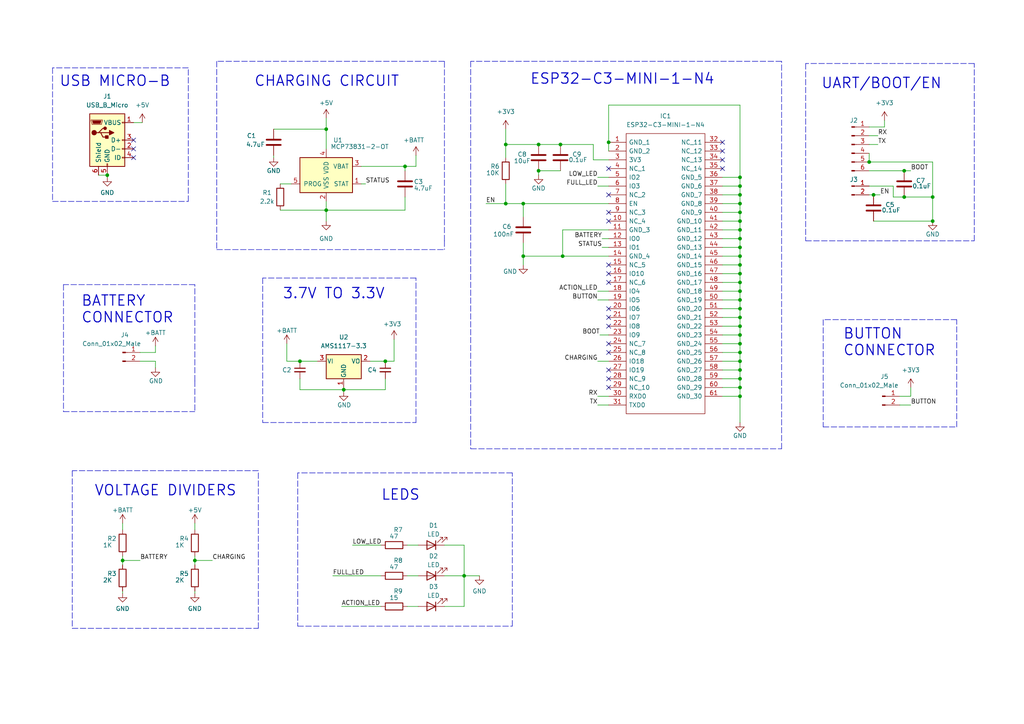
<source format=kicad_sch>
(kicad_sch (version 20211123) (generator eeschema)
  (paper "A4")
  (lib_symbols
    (symbol "Battery_Management:MCP73831-2-OT" (pin_names (offset 1.016))
      (property "Reference" "U" (at -7.62 6.35 0))
      (property "Value" "MCP73831-2-OT" (at 1.27 6.35 0))
      (symbol "MCP73831-2-OT_0_1"
        (rectangle (start -7.62 5.08) (end 7.62 -5.08) (stroke (width 0.254)) (fill (type background)))
      )
      (symbol "MCP73831-2-OT_1_1"
        (pin output line (at 10.16 -2.54 180) (length 2.54) (name "STAT") (number "1"))
        (pin power_in line (at 0 -7.62 90) (length 2.54) (name "VSS") (number "2"))
        (pin power_out line (at 10.16 2.54 180) (length 2.54) (name "VBAT") (number "3"))
        (pin power_in line (at 0 7.62 270) (length 2.54) (name "VDD") (number "4"))
        (pin input line (at -10.16 -2.54 0) (length 2.54) (name "PROG") (number "5"))
      )
    )
    (symbol "Connector:Conn_01x02_Male" (pin_names (offset 1.016) hide)
      (property "Reference" "J" (at 0 2.54 0))
      (property "Value" "Conn_01x02_Male" (at 0 -5.08 0))
      (symbol "Conn_01x02_Male_1_1"
        (polyline (pts (xy 1.27 -2.54) (xy 0.8636 -2.54)) (stroke (width 0.1524)))
        (polyline (pts (xy 1.27 0) (xy 0.8636 0)) (stroke (width 0.1524)))
        (rectangle (start 0.8636 -2.413) (end 0 -2.667) (stroke (width 0.1524)) (fill (type outline)))
        (rectangle (start 0.8636 0.127) (end 0 -0.127) (stroke (width 0.1524)) (fill (type outline)))
        (pin passive line (at 5.08 0 180) (length 3.81) (name "Pin_1") (number "1"))
        (pin passive line (at 5.08 -2.54 180) (length 3.81) (name "Pin_2") (number "2"))
      )
    )
    (symbol "Connector:Conn_01x06_Male" (pin_names (offset 1.016) hide)
      (property "Reference" "J" (at 0 7.62 0))
      (property "Value" "Conn_01x06_Male" (at 0 -10.16 0))
      (symbol "Conn_01x06_Male_1_1"
        (polyline (pts (xy 1.27 -7.62) (xy 0.8636 -7.62)) (stroke (width 0.1524)))
        (polyline (pts (xy 1.27 -5.08) (xy 0.8636 -5.08)) (stroke (width 0.1524)))
        (polyline (pts (xy 1.27 -2.54) (xy 0.8636 -2.54)) (stroke (width 0.1524)))
        (polyline (pts (xy 1.27 0) (xy 0.8636 0)) (stroke (width 0.1524)))
        (polyline (pts (xy 1.27 2.54) (xy 0.8636 2.54)) (stroke (width 0.1524)))
        (polyline (pts (xy 1.27 5.08) (xy 0.8636 5.08)) (stroke (width 0.1524)))
        (rectangle (start 0.8636 -7.493) (end 0 -7.747) (stroke (width 0.1524)) (fill (type outline)))
        (rectangle (start 0.8636 -4.953) (end 0 -5.207) (stroke (width 0.1524)) (fill (type outline)))
        (rectangle (start 0.8636 -2.413) (end 0 -2.667) (stroke (width 0.1524)) (fill (type outline)))
        (rectangle (start 0.8636 0.127) (end 0 -0.127) (stroke (width 0.1524)) (fill (type outline)))
        (rectangle (start 0.8636 2.667) (end 0 2.413) (stroke (width 0.1524)) (fill (type outline)))
        (rectangle (start 0.8636 5.207) (end 0 4.953) (stroke (width 0.1524)) (fill (type outline)))
        (pin passive line (at 5.08 5.08 180) (length 3.81) (name "Pin_1") (number "1"))
        (pin passive line (at 5.08 2.54 180) (length 3.81) (name "Pin_2") (number "2"))
        (pin passive line (at 5.08 0 180) (length 3.81) (name "Pin_3") (number "3"))
        (pin passive line (at 5.08 -2.54 180) (length 3.81) (name "Pin_4") (number "4"))
        (pin passive line (at 5.08 -5.08 180) (length 3.81) (name "Pin_5") (number "5"))
        (pin passive line (at 5.08 -7.62 180) (length 3.81) (name "Pin_6") (number "6"))
      )
    )
    (symbol "Connector:USB_B_Micro" (pin_names (offset 1.016))
      (property "Reference" "J" (at -5.08 11.43 0))
      (property "Value" "USB_B_Micro" (at -5.08 8.89 0))
      (symbol "USB_B_Micro_0_1"
        (rectangle (start -5.08 -7.62) (end 5.08 7.62) (stroke (width 0.254)) (fill (type background)))
        (circle (center -3.81 2.159) (radius 0.635) (stroke (width 0.254)) (fill (type outline)))
        (circle (center -0.635 3.429) (radius 0.381) (stroke (width 0.254)) (fill (type outline)))
        (rectangle (start -0.127 -7.62) (end 0.127 -6.858))
        (polyline (pts (xy -1.905 2.159) (xy 0.635 2.159)) (stroke (width 0.254)))
        (polyline (pts (xy -3.175 2.159) (xy -2.54 2.159) (xy -1.27 3.429) (xy -0.635 3.429)) (stroke (width 0.254)))
        (polyline (pts (xy -2.54 2.159) (xy -1.905 2.159) (xy -1.27 0.889) (xy 0 0.889)) (stroke (width 0.254)))
        (polyline (pts (xy 0.635 2.794) (xy 0.635 1.524) (xy 1.905 2.159) (xy 0.635 2.794)) (stroke (width 0.254)) (fill (type outline)))
        (polyline (pts (xy -4.318 5.588) (xy -1.778 5.588) (xy -2.032 4.826) (xy -4.064 4.826) (xy -4.318 5.588)) (fill (type outline)))
        (polyline (pts (xy -4.699 5.842) (xy -4.699 5.588) (xy -4.445 4.826) (xy -4.445 4.572) (xy -1.651 4.572) (xy -1.651 4.826) (xy -1.397 5.588) (xy -1.397 5.842) (xy -4.699 5.842)))
        (rectangle (start 0.254 1.27) (end -0.508 0.508) (stroke (width 0.254)) (fill (type outline)))
        (rectangle (start 5.08 -5.207) (end 4.318 -4.953))
        (rectangle (start 5.08 -2.667) (end 4.318 -2.413))
        (rectangle (start 5.08 -0.127) (end 4.318 0.127))
        (rectangle (start 5.08 4.953) (end 4.318 5.207))
      )
      (symbol "USB_B_Micro_1_1"
        (pin power_out line (at 7.62 5.08 180) (length 2.54) (name "VBUS") (number "1"))
        (pin bidirectional line (at 7.62 -2.54 180) (length 2.54) (name "D-") (number "2"))
        (pin bidirectional line (at 7.62 0 180) (length 2.54) (name "D+") (number "3"))
        (pin passive line (at 7.62 -5.08 180) (length 2.54) (name "ID") (number "4"))
        (pin power_out line (at 0 -10.16 90) (length 2.54) (name "GND") (number "5"))
        (pin passive line (at -2.54 -10.16 90) (length 2.54) (name "Shield") (number "6"))
      )
    )
    (symbol "Device:C" (pin_numbers hide) (pin_names (offset 0.254))
      (property "Reference" "C" (at 0.635 2.54 0))
      (property "Value" "C" (at 0.635 -2.54 0))
      (symbol "C_0_1"
        (polyline (pts (xy -2.032 -0.762) (xy 2.032 -0.762)) (stroke (width 0.508)))
        (polyline (pts (xy -2.032 0.762) (xy 2.032 0.762)) (stroke (width 0.508)))
      )
      (symbol "C_1_1"
        (pin passive line (at 0 3.81 270) (length 2.794) (name "~") (number "1"))
        (pin passive line (at 0 -3.81 90) (length 2.794) (name "~") (number "2"))
      )
    )
    (symbol "Device:C_Small" (pin_numbers hide) (pin_names (offset 0.254) hide)
      (property "Reference" "C" (at 0.254 1.778 0))
      (property "Value" "C_Small" (at 0.254 -2.032 0))
      (symbol "C_Small_0_1"
        (polyline (pts (xy -1.524 -0.508) (xy 1.524 -0.508)) (stroke (width 0.3302)))
        (polyline (pts (xy -1.524 0.508) (xy 1.524 0.508)) (stroke (width 0.3048)))
      )
      (symbol "C_Small_1_1"
        (pin passive line (at 0 2.54 270) (length 2.032) (name "~") (number "1"))
        (pin passive line (at 0 -2.54 90) (length 2.032) (name "~") (number "2"))
      )
    )
    (symbol "Device:LED" (pin_numbers hide) (pin_names (offset 1.016) hide)
      (property "Reference" "D" (at 0 2.54 0))
      (property "Value" "LED" (at 0 -2.54 0))
      (symbol "LED_0_1"
        (polyline (pts (xy -1.27 -1.27) (xy -1.27 1.27)) (stroke (width 0.254)))
        (polyline (pts (xy -1.27 0) (xy 1.27 0)))
        (polyline (pts (xy 1.27 -1.27) (xy 1.27 1.27) (xy -1.27 0) (xy 1.27 -1.27)) (stroke (width 0.254)))
        (polyline (pts (xy -3.048 -0.762) (xy -4.572 -2.286) (xy -3.81 -2.286) (xy -4.572 -2.286) (xy -4.572 -1.524)))
        (polyline (pts (xy -1.778 -0.762) (xy -3.302 -2.286) (xy -2.54 -2.286) (xy -3.302 -2.286) (xy -3.302 -1.524)))
      )
      (symbol "LED_1_1"
        (pin passive line (at -3.81 0 0) (length 2.54) (name "K") (number "1"))
        (pin passive line (at 3.81 0 180) (length 2.54) (name "A") (number "2"))
      )
    )
    (symbol "Device:R" (pin_numbers hide) (pin_names (offset 0))
      (property "Reference" "R" (at 2.032 0 90))
      (property "Value" "R" (at 0 0 90))
      (symbol "R_0_1"
        (rectangle (start -1.016 -2.54) (end 1.016 2.54) (stroke (width 0.254)))
      )
      (symbol "R_1_1"
        (pin passive line (at 0 3.81 270) (length 1.27) (name "~") (number "1"))
        (pin passive line (at 0 -3.81 90) (length 1.27) (name "~") (number "2"))
      )
    )
    (symbol "ESP32-C3-MINI-1-N4:ESP32-C3-MINI-1-N4" (pin_names (offset 0.762))
      (property "Reference" "IC" (at 29.21 7.62 0))
      (property "Value" "ESP32-C3-MINI-1-N4" (at 29.21 5.08 0))
      (symbol "ESP32-C3-MINI-1-N4_0_0"
        (pin passive line (at 0 0 0) (length 5.08) (name "GND_1") (number "1"))
        (pin passive line (at 0 -22.86 0) (length 5.08) (name "NC_4") (number "10"))
        (pin passive line (at 0 -25.4 0) (length 5.08) (name "GND_3") (number "11"))
        (pin passive line (at 0 -27.94 0) (length 5.08) (name "IO0") (number "12"))
        (pin passive line (at 0 -30.48 0) (length 5.08) (name "IO1") (number "13"))
        (pin passive line (at 0 -33.02 0) (length 5.08) (name "GND_4") (number "14"))
        (pin passive line (at 0 -35.56 0) (length 5.08) (name "NC_5") (number "15"))
        (pin passive line (at 0 -38.1 0) (length 5.08) (name "IO10") (number "16"))
        (pin passive line (at 0 -40.64 0) (length 5.08) (name "NC_6") (number "17"))
        (pin passive line (at 0 -43.18 0) (length 5.08) (name "IO4") (number "18"))
        (pin passive line (at 0 -45.72 0) (length 5.08) (name "IO5") (number "19"))
        (pin passive line (at 0 -2.54 0) (length 5.08) (name "GND_2") (number "2"))
        (pin passive line (at 0 -48.26 0) (length 5.08) (name "IO6") (number "20"))
        (pin passive line (at 0 -50.8 0) (length 5.08) (name "IO7") (number "21"))
        (pin passive line (at 0 -53.34 0) (length 5.08) (name "IO8") (number "22"))
        (pin passive line (at 0 -55.88 0) (length 5.08) (name "IO9") (number "23"))
        (pin passive line (at 0 -58.42 0) (length 5.08) (name "NC_7") (number "24"))
        (pin passive line (at 0 -60.96 0) (length 5.08) (name "NC_8") (number "25"))
        (pin passive line (at 0 -63.5 0) (length 5.08) (name "IO18") (number "26"))
        (pin passive line (at 0 -66.04 0) (length 5.08) (name "IO19") (number "27"))
        (pin passive line (at 0 -68.58 0) (length 5.08) (name "NC_9") (number "28"))
        (pin passive line (at 0 -71.12 0) (length 5.08) (name "NC_10") (number "29"))
        (pin passive line (at 0 -5.08 0) (length 5.08) (name "3V3") (number "3"))
        (pin passive line (at 0 -73.66 0) (length 5.08) (name "RXD0") (number "30"))
        (pin passive line (at 0 -76.2 0) (length 5.08) (name "TXD0") (number "31"))
        (pin passive line (at 33.02 0 180) (length 5.08) (name "NC_11") (number "32"))
        (pin passive line (at 33.02 -2.54 180) (length 5.08) (name "NC_12") (number "33"))
        (pin passive line (at 33.02 -5.08 180) (length 5.08) (name "NC_13") (number "34"))
        (pin passive line (at 33.02 -7.62 180) (length 5.08) (name "NC_14") (number "35"))
        (pin passive line (at 33.02 -10.16 180) (length 5.08) (name "GND_5") (number "36"))
        (pin passive line (at 33.02 -12.7 180) (length 5.08) (name "GND_6") (number "37"))
        (pin passive line (at 33.02 -15.24 180) (length 5.08) (name "GND_7") (number "38"))
        (pin passive line (at 33.02 -17.78 180) (length 5.08) (name "GND_8") (number "39"))
        (pin passive line (at 0 -7.62 0) (length 5.08) (name "NC_1") (number "4"))
        (pin passive line (at 33.02 -20.32 180) (length 5.08) (name "GND_9") (number "40"))
        (pin passive line (at 33.02 -22.86 180) (length 5.08) (name "GND_10") (number "41"))
        (pin passive line (at 33.02 -25.4 180) (length 5.08) (name "GND_11") (number "42"))
        (pin passive line (at 33.02 -27.94 180) (length 5.08) (name "GND_12") (number "43"))
        (pin passive line (at 33.02 -30.48 180) (length 5.08) (name "GND_13") (number "44"))
        (pin passive line (at 33.02 -33.02 180) (length 5.08) (name "GND_14") (number "45"))
        (pin passive line (at 33.02 -35.56 180) (length 5.08) (name "GND_15") (number "46"))
        (pin passive line (at 33.02 -38.1 180) (length 5.08) (name "GND_16") (number "47"))
        (pin passive line (at 33.02 -40.64 180) (length 5.08) (name "GND_17") (number "48"))
        (pin passive line (at 33.02 -43.18 180) (length 5.08) (name "GND_18") (number "49"))
        (pin passive line (at 0 -10.16 0) (length 5.08) (name "IO2") (number "5"))
        (pin passive line (at 33.02 -45.72 180) (length 5.08) (name "GND_19") (number "50"))
        (pin passive line (at 33.02 -48.26 180) (length 5.08) (name "GND_20") (number "51"))
        (pin passive line (at 33.02 -50.8 180) (length 5.08) (name "GND_21") (number "52"))
        (pin passive line (at 33.02 -53.34 180) (length 5.08) (name "GND_22") (number "53"))
        (pin passive line (at 33.02 -55.88 180) (length 5.08) (name "GND_23") (number "54"))
        (pin passive line (at 33.02 -58.42 180) (length 5.08) (name "GND_24") (number "55"))
        (pin passive line (at 33.02 -60.96 180) (length 5.08) (name "GND_25") (number "56"))
        (pin passive line (at 33.02 -63.5 180) (length 5.08) (name "GND_26") (number "57"))
        (pin passive line (at 33.02 -66.04 180) (length 5.08) (name "GND_27") (number "58"))
        (pin passive line (at 33.02 -68.58 180) (length 5.08) (name "GND_28") (number "59"))
        (pin passive line (at 0 -12.7 0) (length 5.08) (name "IO3") (number "6"))
        (pin passive line (at 33.02 -71.12 180) (length 5.08) (name "GND_29") (number "60"))
        (pin passive line (at 33.02 -73.66 180) (length 5.08) (name "GND_30") (number "61"))
        (pin passive line (at 0 -15.24 0) (length 5.08) (name "NC_2") (number "7"))
        (pin passive line (at 0 -17.78 0) (length 5.08) (name "EN") (number "8"))
        (pin passive line (at 0 -20.32 0) (length 5.08) (name "NC_3") (number "9"))
      )
      (symbol "ESP32-C3-MINI-1-N4_0_1"
        (polyline (pts (xy 5.08 2.54) (xy 27.94 2.54) (xy 27.94 -78.74) (xy 5.08 -78.74) (xy 5.08 2.54)) (stroke (width 0.1524)))
      )
    )
    (symbol "Regulator_Linear:AMS1117-3.3" (pin_names (offset 0.254))
      (property "Reference" "U" (at -3.81 3.175 0))
      (property "Value" "AMS1117-3.3" (at 0 3.175 0))
      (symbol "AMS1117-3.3_0_1"
        (rectangle (start -5.08 -5.08) (end 5.08 1.905) (stroke (width 0.254)) (fill (type background)))
      )
      (symbol "AMS1117-3.3_1_1"
        (pin power_in line (at 0 -7.62 90) (length 2.54) (name "GND") (number "1"))
        (pin power_out line (at 7.62 0 180) (length 2.54) (name "VO") (number "2"))
        (pin power_in line (at -7.62 0 0) (length 2.54) (name "VI") (number "3"))
      )
    )
    (symbol "power:+3.3V" (power) (pin_names (offset 0))
      (property "Value" "+3.3V" (at 0 3.556 0))
      (symbol "+3.3V_0_1"
        (polyline (pts (xy -0.762 1.27) (xy 0 2.54)))
        (polyline (pts (xy 0 0) (xy 0 2.54)))
        (polyline (pts (xy 0 2.54) (xy 0.762 1.27)))
      )
      (symbol "+3.3V_1_1"
        (pin power_in line (at 0 0 90) (length 0) hide (name "+3V3") (number "1"))
      )
    )
    (symbol "power:+5V" (power) (pin_names (offset 0))
      (property "Value" "+5V" (at 0 3.556 0))
      (symbol "+5V_0_1"
        (polyline (pts (xy -0.762 1.27) (xy 0 2.54)))
        (polyline (pts (xy 0 0) (xy 0 2.54)))
        (polyline (pts (xy 0 2.54) (xy 0.762 1.27)))
      )
      (symbol "+5V_1_1"
        (pin power_in line (at 0 0 90) (length 0) hide (name "+5V") (number "1"))
      )
    )
    (symbol "power:+BATT" (power) (pin_names (offset 0))
      (property "Value" "+BATT" (at 0 3.556 0))
      (symbol "+BATT_0_1"
        (polyline (pts (xy -0.762 1.27) (xy 0 2.54)))
        (polyline (pts (xy 0 0) (xy 0 2.54)))
        (polyline (pts (xy 0 2.54) (xy 0.762 1.27)))
      )
      (symbol "+BATT_1_1"
        (pin power_in line (at 0 0 90) (length 0) hide (name "+BATT") (number "1"))
      )
    )
    (symbol "power:GND" (power) (pin_names (offset 0))
      (property "Value" "GND" (at 0 -3.81 0))
      (symbol "GND_0_1"
        (polyline (pts (xy 0 0) (xy 0 -1.27) (xy 1.27 -1.27) (xy 0 -2.54) (xy -1.27 -1.27) (xy 0 -1.27)))
      )
      (symbol "GND_1_1"
        (pin power_in line (at 0 0 270) (length 0) hide (name "GND") (number "1"))
      )
    )
  )
  (junction (at 94.615 60.96))
  (junction (at 214.63 86.995))
  (junction (at 35.56 162.56))
  (junction (at 94.615 37.465))
  (junction (at 214.63 89.535))
  (junction (at 214.63 99.695))
  (junction (at 214.63 107.315))
  (junction (at 151.765 59.055))
  (junction (at 156.21 41.91))
  (junction (at 176.53 41.275))
  (junction (at 214.63 84.455))
  (junction (at 214.63 112.395))
  (junction (at 99.695 113.03))
  (junction (at 214.63 114.935))
  (junction (at 252.095 46.99))
  (junction (at 214.63 51.435))
  (junction (at 86.995 104.775))
  (junction (at 117.475 48.26))
  (junction (at 214.63 59.055))
  (junction (at 134.62 167.005))
  (junction (at 146.685 41.91))
  (junction (at 162.56 41.91))
  (junction (at 214.63 69.215))
  (junction (at 214.63 104.775))
  (junction (at 214.63 102.235))
  (junction (at 151.765 74.295))
  (junction (at 31.115 50.8))
  (junction (at 214.63 66.675))
  (junction (at 163.195 74.295))
  (junction (at 214.63 109.855))
  (junction (at 214.63 61.595))
  (junction (at 214.63 94.615))
  (junction (at 214.63 81.915))
  (junction (at 214.63 79.375))
  (junction (at 146.685 59.055))
  (junction (at 253.365 56.515))
  (junction (at 111.76 104.775))
  (junction (at 270.51 64.135))
  (junction (at 270.51 57.15))
  (junction (at 56.515 162.56))
  (junction (at 214.63 97.155))
  (junction (at 214.63 71.755))
  (junction (at 214.63 74.295))
  (junction (at 214.63 92.075))
  (junction (at 262.255 57.15))
  (junction (at 214.63 53.975))
  (junction (at 156.21 49.53))
  (junction (at 214.63 64.135))
  (junction (at 214.63 56.515))
  (junction (at 214.63 76.835))
  (junction (at 262.255 49.53))
  (no_connect (at 176.53 89.535))
  (no_connect (at 38.735 40.64))
  (no_connect (at 38.735 43.18))
  (no_connect (at 38.735 45.72))
  (no_connect (at 176.53 112.395))
  (no_connect (at 176.53 107.315))
  (no_connect (at 176.53 109.855))
  (no_connect (at 176.53 102.235))
  (no_connect (at 176.53 99.695))
  (no_connect (at 176.53 61.595))
  (no_connect (at 176.53 56.515))
  (no_connect (at 176.53 64.135))
  (no_connect (at 176.53 48.895))
  (no_connect (at 176.53 81.915))
  (no_connect (at 176.53 79.375))
  (no_connect (at 176.53 76.835))
  (no_connect (at 209.55 41.275))
  (no_connect (at 209.55 43.815))
  (no_connect (at 209.55 46.355))
  (no_connect (at 209.55 48.895))
  (no_connect (at 176.53 92.075))
  (no_connect (at 176.53 94.615))
  (polyline (pts (xy 277.495 123.825) (xy 277.495 92.71)))
  (polyline (pts (xy 20.955 182.245) (xy 74.93 182.245)))
  (wire (pts (xy 214.63 66.675) (xy 209.55 66.675)))
  (polyline (pts (xy 282.575 69.85) (xy 282.575 18.415)))
  (wire (pts (xy 56.515 162.56) (xy 61.595 162.56)))
  (polyline (pts (xy 15.24 19.685) (xy 15.24 58.42)))
  (wire (pts (xy 173.355 114.935) (xy 176.53 114.935)))
  (polyline (pts (xy 233.68 18.415) (xy 233.68 69.85)))
  (wire (pts (xy 214.63 69.215) (xy 214.63 71.755)))
  (polyline (pts (xy 54.61 19.685) (xy 15.24 19.685)))
  (wire (pts (xy 264.16 114.935) (xy 260.985 114.935)))
  (wire (pts (xy 176.53 41.275) (xy 176.53 30.48)))
  (wire (pts (xy 214.63 74.295) (xy 214.63 76.835)))
  (wire (pts (xy 117.475 60.96) (xy 94.615 60.96)))
  (polyline (pts (xy 128.905 17.78) (xy 62.865 17.78)))
  (wire (pts (xy 214.63 81.915) (xy 214.63 84.455)))
  (wire (pts (xy 163.195 74.295) (xy 176.53 74.295)))
  (wire (pts (xy 260.985 117.475) (xy 264.16 117.475)))
  (polyline (pts (xy 120.65 80.645) (xy 76.2 80.645)))
  (wire (pts (xy 83.185 104.775) (xy 86.995 104.775)))
  (wire (pts (xy 173.99 97.155) (xy 176.53 97.155)))
  (wire (pts (xy 81.28 60.96) (xy 94.615 60.96)))
  (wire (pts (xy 140.97 59.055) (xy 146.685 59.055)))
  (polyline (pts (xy 277.495 92.71) (xy 238.76 92.71)))
  (polyline (pts (xy 76.2 122.555) (xy 120.65 122.555)))
  (wire (pts (xy 151.765 59.055) (xy 151.765 62.865)))
  (wire (pts (xy 35.56 162.56) (xy 40.64 162.56)))
  (wire (pts (xy 252.095 46.99) (xy 270.51 46.99)))
  (wire (pts (xy 270.51 46.99) (xy 270.51 57.15)))
  (wire (pts (xy 214.63 107.315) (xy 209.55 107.315)))
  (wire (pts (xy 256.54 34.925) (xy 256.54 36.83)))
  (wire (pts (xy 120.65 45.085) (xy 120.65 48.26)))
  (polyline (pts (xy 148.59 137.16) (xy 86.36 137.16)))
  (wire (pts (xy 214.63 61.595) (xy 209.55 61.595)))
  (wire (pts (xy 111.76 113.03) (xy 99.695 113.03)))
  (wire (pts (xy 253.365 56.515) (xy 255.27 56.515)))
  (wire (pts (xy 214.63 69.215) (xy 209.55 69.215)))
  (wire (pts (xy 214.63 56.515) (xy 214.63 59.055)))
  (wire (pts (xy 214.63 92.075) (xy 214.63 94.615)))
  (wire (pts (xy 174.625 71.755) (xy 176.53 71.755)))
  (polyline (pts (xy 15.24 58.42) (xy 54.61 58.42)))
  (wire (pts (xy 176.53 30.48) (xy 214.63 30.48)))
  (wire (pts (xy 214.63 64.135) (xy 209.55 64.135)))
  (wire (pts (xy 106.045 53.34) (xy 104.775 53.34)))
  (wire (pts (xy 256.54 36.83) (xy 252.095 36.83)))
  (wire (pts (xy 117.475 48.26) (xy 117.475 49.53)))
  (wire (pts (xy 214.63 97.155) (xy 209.55 97.155)))
  (wire (pts (xy 128.905 167.005) (xy 134.62 167.005)))
  (wire (pts (xy 107.315 104.775) (xy 111.76 104.775)))
  (wire (pts (xy 176.53 46.355) (xy 172.085 46.355)))
  (wire (pts (xy 151.765 59.055) (xy 176.53 59.055)))
  (wire (pts (xy 214.63 114.935) (xy 214.63 122.555)))
  (wire (pts (xy 172.085 41.91) (xy 162.56 41.91)))
  (wire (pts (xy 214.63 71.755) (xy 214.63 74.295)))
  (wire (pts (xy 81.28 53.34) (xy 84.455 53.34)))
  (wire (pts (xy 118.11 158.115) (xy 121.285 158.115)))
  (polyline (pts (xy 86.36 137.16) (xy 86.36 181.61)))
  (wire (pts (xy 214.63 109.855) (xy 209.55 109.855)))
  (wire (pts (xy 146.685 59.055) (xy 151.765 59.055)))
  (wire (pts (xy 118.11 167.005) (xy 121.285 167.005)))
  (wire (pts (xy 173.355 117.475) (xy 176.53 117.475)))
  (wire (pts (xy 214.63 79.375) (xy 214.63 81.915)))
  (polyline (pts (xy 56.515 110.49) (xy 56.515 82.55)))
  (wire (pts (xy 173.355 51.435) (xy 176.53 51.435)))
  (wire (pts (xy 151.765 74.295) (xy 151.765 76.835)))
  (wire (pts (xy 35.56 161.29) (xy 35.56 162.56)))
  (wire (pts (xy 214.63 109.855) (xy 214.63 112.395)))
  (wire (pts (xy 146.685 53.34) (xy 146.685 59.055)))
  (wire (pts (xy 214.63 89.535) (xy 214.63 92.075)))
  (wire (pts (xy 99.695 112.395) (xy 99.695 113.03)))
  (wire (pts (xy 31.115 50.8) (xy 31.115 51.435)))
  (wire (pts (xy 173.355 104.775) (xy 176.53 104.775)))
  (wire (pts (xy 214.63 66.675) (xy 214.63 69.215)))
  (wire (pts (xy 102.235 158.115) (xy 110.49 158.115)))
  (wire (pts (xy 214.63 64.135) (xy 214.63 66.675)))
  (wire (pts (xy 259.08 57.15) (xy 262.255 57.15)))
  (wire (pts (xy 173.355 53.975) (xy 176.53 53.975)))
  (wire (pts (xy 262.255 49.53) (xy 264.16 49.53)))
  (wire (pts (xy 146.685 41.91) (xy 156.21 41.91)))
  (wire (pts (xy 214.63 76.835) (xy 214.63 79.375)))
  (wire (pts (xy 45.085 104.775) (xy 40.64 104.775)))
  (wire (pts (xy 214.63 99.695) (xy 209.55 99.695)))
  (wire (pts (xy 214.63 86.995) (xy 214.63 89.535)))
  (wire (pts (xy 214.63 94.615) (xy 209.55 94.615)))
  (polyline (pts (xy 74.93 182.245) (xy 74.93 136.525)))
  (polyline (pts (xy 76.2 80.645) (xy 76.2 122.555)))
  (wire (pts (xy 214.63 79.375) (xy 209.55 79.375)))
  (wire (pts (xy 214.63 71.755) (xy 209.55 71.755)))
  (wire (pts (xy 214.63 102.235) (xy 214.63 104.775)))
  (wire (pts (xy 214.63 112.395) (xy 214.63 114.935)))
  (polyline (pts (xy 238.76 92.71) (xy 238.76 123.825)))
  (wire (pts (xy 134.62 167.005) (xy 139.065 167.005)))
  (polyline (pts (xy 226.695 130.175) (xy 226.695 17.78)))
  (polyline (pts (xy 226.695 17.78) (xy 136.525 17.78)))
  (wire (pts (xy 28.575 50.8) (xy 31.115 50.8)))
  (wire (pts (xy 104.775 48.26) (xy 117.475 48.26)))
  (wire (pts (xy 214.63 53.975) (xy 209.55 53.975)))
  (wire (pts (xy 214.63 89.535) (xy 209.55 89.535)))
  (wire (pts (xy 252.095 41.91) (xy 254.635 41.91)))
  (wire (pts (xy 163.195 66.675) (xy 163.195 74.295)))
  (wire (pts (xy 114.3 104.775) (xy 111.76 104.775)))
  (wire (pts (xy 40.64 102.235) (xy 45.085 102.235)))
  (wire (pts (xy 146.685 41.91) (xy 146.685 45.72)))
  (wire (pts (xy 214.63 114.935) (xy 209.55 114.935)))
  (wire (pts (xy 99.695 113.03) (xy 99.695 113.665)))
  (wire (pts (xy 214.63 30.48) (xy 214.63 51.435)))
  (polyline (pts (xy 56.515 110.49) (xy 56.515 119.38)))
  (wire (pts (xy 99.06 175.895) (xy 110.49 175.895)))
  (wire (pts (xy 214.63 53.975) (xy 214.63 56.515)))
  (wire (pts (xy 86.995 113.03) (xy 99.695 113.03)))
  (wire (pts (xy 214.63 97.155) (xy 214.63 99.695)))
  (wire (pts (xy 94.615 34.29) (xy 94.615 37.465)))
  (wire (pts (xy 214.63 61.595) (xy 214.63 64.135)))
  (wire (pts (xy 176.53 66.675) (xy 163.195 66.675)))
  (wire (pts (xy 134.62 158.115) (xy 134.62 167.005)))
  (wire (pts (xy 173.355 86.995) (xy 176.53 86.995)))
  (polyline (pts (xy 86.36 181.61) (xy 148.59 181.61)))
  (wire (pts (xy 214.63 99.695) (xy 214.63 102.235)))
  (wire (pts (xy 128.905 158.115) (xy 134.62 158.115)))
  (wire (pts (xy 86.995 109.855) (xy 86.995 113.03)))
  (polyline (pts (xy 18.415 119.38) (xy 56.515 119.38)))
  (polyline (pts (xy 136.525 17.78) (xy 136.525 130.175)))
  (wire (pts (xy 214.63 84.455) (xy 209.55 84.455)))
  (polyline (pts (xy 74.93 136.525) (xy 20.955 136.525)))
  (polyline (pts (xy 128.905 69.85) (xy 128.905 17.78)))
  (wire (pts (xy 214.63 92.075) (xy 209.55 92.075)))
  (wire (pts (xy 214.63 51.435) (xy 209.55 51.435)))
  (wire (pts (xy 94.615 60.96) (xy 94.615 64.135)))
  (polyline (pts (xy 120.65 122.555) (xy 120.65 80.645)))
  (wire (pts (xy 56.515 151.765) (xy 56.515 153.67)))
  (polyline (pts (xy 238.76 123.825) (xy 277.495 123.825)))
  (wire (pts (xy 214.63 104.775) (xy 209.55 104.775)))
  (wire (pts (xy 156.21 49.53) (xy 156.21 50.8)))
  (wire (pts (xy 214.63 102.235) (xy 209.55 102.235)))
  (wire (pts (xy 156.21 49.53) (xy 162.56 49.53)))
  (wire (pts (xy 252.095 49.53) (xy 262.255 49.53)))
  (polyline (pts (xy 62.865 72.39) (xy 128.905 72.39)))
  (wire (pts (xy 214.63 94.615) (xy 214.63 97.155)))
  (wire (pts (xy 86.995 104.775) (xy 92.075 104.775)))
  (polyline (pts (xy 54.61 58.42) (xy 54.61 19.685)))
  (wire (pts (xy 56.515 171.45) (xy 56.515 172.085)))
  (wire (pts (xy 252.095 53.975) (xy 259.08 53.975)))
  (polyline (pts (xy 128.905 69.85) (xy 128.905 72.39)))
  (wire (pts (xy 173.355 84.455) (xy 176.53 84.455)))
  (wire (pts (xy 134.62 167.005) (xy 134.62 175.895)))
  (wire (pts (xy 214.63 76.835) (xy 209.55 76.835)))
  (wire (pts (xy 264.16 112.395) (xy 264.16 114.935)))
  (wire (pts (xy 214.63 84.455) (xy 214.63 86.995)))
  (wire (pts (xy 214.63 56.515) (xy 209.55 56.515)))
  (wire (pts (xy 214.63 59.055) (xy 209.55 59.055)))
  (polyline (pts (xy 282.575 18.415) (xy 233.68 18.415)))
  (polyline (pts (xy 20.955 136.525) (xy 20.955 182.245)))
  (wire (pts (xy 114.3 98.425) (xy 114.3 104.775)))
  (wire (pts (xy 117.475 57.15) (xy 117.475 60.96)))
  (wire (pts (xy 79.375 45.085) (xy 79.375 45.72)))
  (wire (pts (xy 56.515 162.56) (xy 56.515 163.83)))
  (wire (pts (xy 252.095 56.515) (xy 253.365 56.515)))
  (wire (pts (xy 214.63 112.395) (xy 209.55 112.395)))
  (wire (pts (xy 79.375 37.465) (xy 94.615 37.465)))
  (wire (pts (xy 214.63 59.055) (xy 214.63 61.595)))
  (wire (pts (xy 35.56 151.765) (xy 35.56 153.67)))
  (wire (pts (xy 38.735 35.56) (xy 41.275 35.56)))
  (polyline (pts (xy 233.68 69.85) (xy 282.575 69.85)))
  (wire (pts (xy 94.615 37.465) (xy 94.615 43.18)))
  (wire (pts (xy 94.615 58.42) (xy 94.615 60.96)))
  (wire (pts (xy 118.11 175.895) (xy 121.285 175.895)))
  (wire (pts (xy 214.63 104.775) (xy 214.63 107.315)))
  (wire (pts (xy 174.625 69.215) (xy 176.53 69.215)))
  (polyline (pts (xy 62.865 17.78) (xy 62.865 72.39)))
  (wire (pts (xy 270.51 57.15) (xy 270.51 64.135)))
  (wire (pts (xy 111.76 109.855) (xy 111.76 113.03)))
  (wire (pts (xy 214.63 74.295) (xy 209.55 74.295)))
  (wire (pts (xy 253.365 64.135) (xy 270.51 64.135)))
  (wire (pts (xy 252.095 44.45) (xy 252.095 46.99)))
  (wire (pts (xy 176.53 41.275) (xy 176.53 43.815)))
  (wire (pts (xy 45.085 102.235) (xy 45.085 100.33)))
  (wire (pts (xy 262.255 57.15) (xy 270.51 57.15)))
  (wire (pts (xy 151.765 74.295) (xy 163.195 74.295)))
  (wire (pts (xy 117.475 48.26) (xy 120.65 48.26)))
  (wire (pts (xy 56.515 161.29) (xy 56.515 162.56)))
  (wire (pts (xy 134.62 175.895) (xy 128.905 175.895)))
  (wire (pts (xy 172.085 46.355) (xy 172.085 41.91)))
  (wire (pts (xy 214.63 81.915) (xy 209.55 81.915)))
  (polyline (pts (xy 136.525 130.175) (xy 226.695 130.175)))
  (wire (pts (xy 259.08 53.975) (xy 259.08 57.15)))
  (wire (pts (xy 156.21 41.91) (xy 162.56 41.91)))
  (wire (pts (xy 146.685 37.465) (xy 146.685 41.91)))
  (wire (pts (xy 83.185 99.695) (xy 83.185 104.775)))
  (wire (pts (xy 96.52 167.005) (xy 110.49 167.005)))
  (wire (pts (xy 252.095 39.37) (xy 254.635 39.37)))
  (wire (pts (xy 35.56 171.45) (xy 35.56 172.085)))
  (wire (pts (xy 45.085 106.68) (xy 45.085 104.775)))
  (wire (pts (xy 214.63 51.435) (xy 214.63 53.975)))
  (wire (pts (xy 151.765 70.485) (xy 151.765 74.295)))
  (polyline (pts (xy 148.59 181.61) (xy 148.59 137.16)))
  (wire (pts (xy 214.63 86.995) (xy 209.55 86.995)))
  (polyline (pts (xy 56.515 82.55) (xy 18.415 82.55)))
  (wire (pts (xy 35.56 162.56) (xy 35.56 163.83)))
  (polyline (pts (xy 18.415 82.55) (xy 18.415 119.38)))
  (wire (pts (xy 214.63 107.315) (xy 214.63 109.855)))
  (text "LEDS" (at 110.49 145.415 0) (effects (font (size 3 3) (thickness 0.3) bold) (justify left bottom)))
  (text "CHARGING CIRCUIT" (at 73.66 25.4 0) (effects (font (size 3 3) (thickness 0.3) bold) (justify left bottom)))
  (text "VOLTAGE DIVIDERS" (at 27.305 144.145 0) (effects (font (size 3 3) (thickness 0.3) bold) (justify left bottom)))
  (text "UART/BOOT/EN" (at 238.125 26.035 0) (effects (font (size 3 3) (thickness 0.3) bold) (justify left bottom)))
  (text "ESP32-C3-MINI-1-N4" (at 153.67 24.765 0) (effects (font (size 3 3) (thickness 0.3) bold) (justify left bottom)))
  (text "3.7V TO 3.3V" (at 81.915 86.995 0) (effects (font (size 3 3) (thickness 0.3) bold) (justify left bottom)))
  (text "USB MICRO-B" (at 17.145 25.4 0) (effects (font (size 3 3) (thickness 0.3) bold) (justify left bottom)))
  (text "BATTERY \nCONNECTOR" (at 23.495 93.98 0) (effects (font (size 3 3) (thickness 0.3) bold) (justify left bottom)))
  (text "BUTTON\nCONNECTOR" (at 244.475 103.505 0) (effects (font (size 3 3) (thickness 0.3) bold) (justify left bottom)))
  (label "TX" (at 173.355 117.475 180))
  (label "CHARGING" (at 61.595 162.56 0))
  (label "LOW_LED" (at 173.355 51.435 180))
  (label "STATUS" (at 106.045 53.34 0))
  (label "BOOT" (at 264.16 49.53 0))
  (label "STATUS" (at 174.625 71.755 180))
  (label "FULL_LED" (at 173.355 53.975 180))
  (label "BUTTON" (at 173.355 86.995 180))
  (label "BUTTON" (at 264.16 117.475 0))
  (label "CHARGING" (at 173.355 104.775 180))
  (label "RX" (at 173.355 114.935 180))
  (label "BATTERY" (at 174.625 69.215 180))
  (label "BOOT" (at 173.99 97.155 180))
  (label "EN" (at 255.27 56.515 0))
  (label "ACTION_LED" (at 99.06 175.895 0))
  (label "LOW_LED" (at 102.235 158.115 0))
  (label "EN" (at 140.97 59.055 0))
  (label "ACTION_LED" (at 173.355 84.455 180))
  (label "RX" (at 254.635 39.37 0))
  (label "FULL_LED" (at 96.52 167.005 0))
  (label "TX" (at 254.635 41.91 0))
  (label "BATTERY" (at 40.64 162.56 0))
  (symbol (lib_id "power:+BATT") (at 83.185 99.695 0) (unit 1)
    (property "Reference" "#PWR0101" (effects hide))
    (property "Value" "+BATT" (at 83.185 95.885 0))
  )
  (symbol (lib_id "power:+5V") (at 94.615 34.29 0) (unit 1)
    (property "Reference" "#PWR03" (effects hide))
    (property "Value" "+5V" (at 94.615 29.845 0))
  )
  (symbol (lib_id "Connector:Conn_01x02_Male") (at 255.905 114.935 0) (unit 1)
    (property "Reference" "J5" (at 256.54 109.22 0))
    (property "Value" "Conn_01x02_Male" (at 252.095 111.76 0))
    (property "Footprint" "TestPoint:TestPoint_2Pads_Pitch2.54mm_Drill0.8mm" (effects hide))
  )
  (symbol (lib_id "Device:R") (at 114.3 167.005 90) (unit 1)
    (property "Reference" "R8" (at 116.84 162.56 90) (effects (justify left)))
    (property "Value" "47" (at 115.57 164.465 90) (effects (justify left)))
    (property "Footprint" "Resistor_SMD:R_0402_1005Metric" (effects hide))
    (property "MANUFACTURER" "YAGEO" (effects hide))
    (property "MPN" "RC0402FR-0747RL" (effects hide))
  )
  (symbol (lib_id "Device:LED") (at 125.095 167.005 180) (unit 1)
    (property "Reference" "D2" (at 125.73 161.29 0))
    (property "Value" "LED" (at 125.73 163.83 0))
    (property "Footprint" "LED_SMD:LED_0402_1005Metric" (effects hide))
    (property "MANUFACTURER" "Everlight Elec" (effects hide))
    (property "MPN" "16-213SYGC/S530-E3/TR8" (effects hide))
  )
  (symbol (lib_id "power:GND") (at 56.515 172.085 0) (unit 1)
    (property "Reference" "#PWR014" (effects hide))
    (property "Value" "GND" (at 56.515 176.53 0))
  )
  (symbol (lib_id "Device:C") (at 151.765 66.675 180) (unit 1)
    (property "Reference" "C6" (at 147.0025 65.7225 0))
    (property "Value" "100nF" (at 146.05 67.945 0))
    (property "Footprint" "Capacitor_SMD:C_0402_1005Metric" (effects hide))
    (property "MANUFACTURER" "Samsung Electro-Mechanics" (effects hide))
    (property "MPN" "	CL05B104KO5NNNC" (effects hide))
  )
  (symbol (lib_id "power:GND") (at 270.51 64.135 0) (unit 1)
    (property "Reference" "#PWR017" (effects hide))
    (property "Value" "GND" (at 270.51 67.945 0))
  )
  (symbol (lib_id "Device:R") (at 56.515 157.48 0) (unit 1)
    (property "Reference" "R4" (at 52.07 156.21 0) (effects (justify left)))
    (property "Value" "1K" (at 50.8 158.115 0) (effects (justify left)))
    (property "Footprint" "Resistor_SMD:R_0402_1005Metric" (effects hide))
    (property "MANUFACTURER" "YAGEO" (effects hide))
    (property "MPN" "RC0402JR-071KL" (effects hide))
  )
  (symbol (lib_id "power:+3.3V") (at 146.685 37.465 0) (unit 1)
    (property "Reference" "#PWR016" (effects hide))
    (property "Value" "+3.3V" (at 146.685 32.385 0))
  )
  (symbol (lib_id "Connector:Conn_01x02_Male") (at 247.015 53.975 0) (unit 1)
    (property "Reference" "J3" (at 247.65 52.07 0))
    (property "Value" "Conn_01x02_Male" (effects hide))
    (property "Footprint" "Connector_PinHeader_2.54mm:PinHeader_1x02_P2.54mm_Vertical" (effects hide))
    (property "MANUFACTURER" "	Ckmtw(Shenzhen Cankemeng)" (effects hide))
    (property "MPN" "B-2100S02P-A110" (effects hide))
  )
  (symbol (lib_id "Device:C") (at 79.375 41.275 180) (unit 1)
    (property "Reference" "C1" (at 74.295 39.37 0) (effects (justify left)))
    (property "Value" "4.7uF" (at 76.835 41.91 0) (effects (justify left)))
    (property "Footprint" "Capacitor_SMD:C_0402_1005Metric" (effects hide))
    (property "MANUFACTURER" "Samsung Electro-Mechanics" (effects hide))
    (property "MPN" "CL05A475KP5NRNC" (effects hide))
  )
  (symbol (lib_id "Device:C_Small") (at 86.995 107.315 0) (mirror y) (unit 1)
    (property "Reference" "C2" (at 83.185 107.315 0))
    (property "Value" "22uF/10V/10%" (effects hide))
    (property "Footprint" "Capacitor_SMD:C_0402_1005Metric" (effects hide))
    (property "MANUFACTURER" "Samsung Electro-Mechanics" (effects hide))
    (property "MPN" "CL05A226MQ6ZUN8" (effects hide))
  )
  (symbol (lib_id "Device:R") (at 81.28 57.15 180) (unit 1)
    (property "Reference" "R1" (at 77.47 55.88 0))
    (property "Value" "2.2k" (at 77.47 58.42 0))
    (property "Footprint" "Resistor_SMD:R_0402_1005Metric" (effects hide))
    (property "MANUFACTURER" "UNI-ROYAL(Uniroyal Elec)" (effects hide))
    (property "MPN" "0603WAJ022JT5E" (effects hide))
  )
  (symbol (lib_id "power:+5V") (at 41.275 35.56 0) (unit 1)
    (property "Reference" "#PWR06" (effects hide))
    (property "Value" "+5V" (at 41.275 30.48 0))
  )
  (symbol (lib_id "Device:C") (at 162.56 45.72 0) (unit 1)
    (property "Reference" "C9" (at 167.3225 44.7675 0))
    (property "Value" "0.1uF" (at 167.64 46.355 0))
    (property "Footprint" "Capacitor_SMD:C_0402_1005Metric" (effects hide))
    (property "MANUFACTURER" "Samsung Electro-Mechanics" (effects hide))
    (property "MPN" "CL05B104KO5NNNC" (effects hide))
  )
  (symbol (lib_id "Device:C_Small") (at 111.76 107.315 0) (mirror y) (unit 1)
    (property "Reference" "C4" (at 107.95 107.315 0))
    (property "Value" "22uF/10V/10%" (effects hide))
    (property "Footprint" "Capacitor_SMD:C_0402_1005Metric" (effects hide))
    (property "MANUFACTURER" "Samsung Electro-Mechanics" (effects hide))
    (property "MPN" "CL05A226MQ6ZUN8" (effects hide))
  )
  (symbol (lib_id "power:+BATT") (at 45.085 100.33 0) (unit 1)
    (property "Reference" "#PWR022" (effects hide))
    (property "Value" "+BATT" (at 45.085 96.52 0))
  )
  (symbol (lib_id "power:GND") (at 151.765 76.835 0) (unit 1)
    (property "Reference" "#PWR018" (effects hide))
    (property "Value" "GND" (at 147.955 78.74 0))
  )
  (symbol (lib_id "Device:C") (at 262.255 53.34 0) (unit 1)
    (property "Reference" "C7" (at 267.0175 52.3875 0))
    (property "Value" "0.1uF" (at 267.335 53.975 0))
    (property "Footprint" "Capacitor_SMD:C_0402_1005Metric" (effects hide))
    (property "MANUFACTURER" "Samsung Electro-Mechanics" (effects hide))
    (property "MPN" "CL05B104KO5NNNC" (effects hide))
  )
  (symbol (lib_id "Connector:Conn_01x02_Male") (at 35.56 102.235 0) (unit 1)
    (property "Reference" "J4" (at 36.195 97.155 0))
    (property "Value" "Conn_01x02_Male" (at 32.385 99.695 0))
    (property "Footprint" "Connector_JST:JST_PH_B2B-PH-K_1x02_P2.00mm_Vertical" (effects hide))
    (property "MANUFACTURER" "JST" (effects hide))
    (property "MPN" "JST_PH_B2B-PH-K_1x02_P2.00mm_Vertical" (effects hide))
  )
  (symbol (lib_id "power:GND") (at 94.615 64.135 0) (unit 1)
    (property "Reference" "#PWR04" (effects hide))
    (property "Value" "GND" (at 94.615 69.215 0))
  )
  (symbol (lib_id "Device:R") (at 35.56 167.64 0) (unit 1)
    (property "Reference" "R3" (at 31.115 166.37 0) (effects (justify left)))
    (property "Value" "2K" (at 29.845 168.275 0) (effects (justify left)))
    (property "Footprint" "Resistor_SMD:R_0402_1005Metric" (effects hide))
    (property "MANUFACTURER" "YAGEO" (effects hide))
    (property "MPN" "RC0402JR-072KL" (effects hide))
  )
  (symbol (lib_id "Device:LED") (at 125.095 158.115 180) (unit 1)
    (property "Reference" "D1" (at 125.73 152.4 0))
    (property "Value" "LED" (at 125.73 154.94 0))
    (property "Footprint" "LED_SMD:LED_0402_1005Metric" (effects hide))
    (property "MANUFACTURER" "Everlight Elec" (effects hide))
    (property "MPN" "16-213/SDRC/S530-A3/TR8" (effects hide))
  )
  (symbol (lib_id "Device:C") (at 117.475 53.34 0) (unit 1)
    (property "Reference" "C3" (at 120.015 52.705 0) (effects (justify left)))
    (property "Value" "4.7uF" (at 120.015 54.61 0) (effects (justify left)))
    (property "Footprint" "Capacitor_SMD:C_0402_1005Metric" (effects hide))
    (property "MANUFACTURER" "Samsung Electro-Mechanics" (effects hide))
    (property "MPN" "CL05A475KP5NRNC" (effects hide))
  )
  (symbol (lib_id "power:+3.3V") (at 264.16 112.395 0) (unit 1)
    (property "Reference" "#PWR021" (effects hide))
    (property "Value" "+3.3V" (at 264.16 107.315 0))
  )
  (symbol (lib_id "Device:C") (at 253.365 60.325 0) (unit 1)
    (property "Reference" "C5" (at 258.1275 59.3725 0))
    (property "Value" "0.1uF" (at 258.445 60.96 0))
    (property "Footprint" "Capacitor_SMD:C_0402_1005Metric" (effects hide))
    (property "MANUFACTURER" "Samsung Electro-Mechanics" (effects hide))
    (property "MPN" "CL05B104KO5NNNC" (effects hide))
  )
  (symbol (lib_id "power:+3.3V") (at 114.3 98.425 0) (mirror y) (unit 1)
    (property "Reference" "#PWR012" (effects hide))
    (property "Value" "+3.3V" (at 111.125 93.98 0) (effects (justify right)))
  )
  (symbol (lib_id "power:GND") (at 45.085 106.68 0) (unit 1)
    (property "Reference" "#PWR023" (effects hide))
    (property "Value" "GND" (at 43.18 110.49 0) (effects (justify left)))
  )
  (symbol (lib_id "power:GND") (at 31.115 51.435 0) (unit 1)
    (property "Reference" "#PWR02" (effects hide))
    (property "Value" "GND" (at 31.115 55.88 0))
  )
  (symbol (lib_id "power:+5V") (at 56.515 151.765 0) (unit 1)
    (property "Reference" "#PWR013" (effects hide))
    (property "Value" "+5V" (at 56.515 147.955 0))
  )
  (symbol (lib_id "Device:LED") (at 125.095 175.895 180) (unit 1)
    (property "Reference" "D3" (at 125.73 170.18 0))
    (property "Value" "LED" (at 125.73 172.72 0))
    (property "Footprint" "LED_SMD:LED_0402_1005Metric" (effects hide))
    (property "MANUFACTURER" "Everlight Elec" (effects hide))
    (property "MPN" "16-213/BHC-ZL1M2B6Y/3T" (effects hide))
  )
  (symbol (lib_id "Device:R") (at 114.3 175.895 90) (unit 1)
    (property "Reference" "R9" (at 116.84 171.45 90) (effects (justify left)))
    (property "Value" "15" (at 115.57 173.355 90) (effects (justify left)))
    (property "Footprint" "Resistor_SMD:R_0402_1005Metric" (effects hide))
    (property "MANUFACTURER" "YAGEO" (effects hide))
    (property "MPN" "RC0402FR-0715RL" (effects hide))
  )
  (symbol (lib_id "Device:R") (at 146.685 49.53 0) (unit 1)
    (property "Reference" "R6" (at 142.24 48.26 0) (effects (justify left)))
    (property "Value" "10K" (at 140.97 50.165 0) (effects (justify left)))
    (property "Footprint" "Resistor_SMD:R_0402_1005Metric" (effects hide))
    (property "MANUFACTURER" "YAGEO" (effects hide))
    (property "MPN" "RC0402FR-0710KL" (effects hide))
  )
  (symbol (lib_id "power:+BATT") (at 120.65 45.085 0) (unit 1)
    (property "Reference" "#PWR010" (effects hide))
    (property "Value" "+BATT" (at 120.015 40.64 0))
  )
  (symbol (lib_id "power:+3.3V") (at 256.54 34.925 0) (unit 1)
    (property "Reference" "#PWR015" (effects hide))
    (property "Value" "+3.3V" (at 256.54 29.845 0))
  )
  (symbol (lib_id "Device:R") (at 56.515 167.64 0) (unit 1)
    (property "Reference" "R5" (at 52.07 166.37 0) (effects (justify left)))
    (property "Value" "2K" (at 50.8 168.275 0) (effects (justify left)))
    (property "Footprint" "Resistor_SMD:R_0402_1005Metric" (effects hide))
    (property "MANUFACTURER" "YAGEO" (effects hide))
    (property "MPN" "RC0402JR-072KL" (effects hide))
  )
  (symbol (lib_id "power:GND") (at 35.56 172.085 0) (unit 1)
    (property "Reference" "#PWR09" (effects hide))
    (property "Value" "GND" (at 35.56 176.53 0))
  )
  (symbol (lib_id "Device:R") (at 35.56 157.48 0) (unit 1)
    (property "Reference" "R2" (at 31.115 156.21 0) (effects (justify left)))
    (property "Value" "1K" (at 29.845 158.115 0) (effects (justify left)))
    (property "Footprint" "Resistor_SMD:R_0402_1005Metric" (effects hide))
    (property "MANUFACTURER" "YAGEO" (effects hide))
    (property "MPN" "RC0402JR-071KL" (effects hide))
  )
  (symbol (lib_id "Regulator_Linear:AMS1117-3.3") (at 99.695 104.775 0) (unit 1)
    (property "Reference" "U2" (at 99.695 97.79 0))
    (property "Value" "AMS1117-3.3" (at 99.695 100.33 0))
    (property "Footprint" "Package_TO_SOT_SMD:SOT-223-3_TabPin2" (effects hide))
    (property "Datasheet" "http://www.advanced-monolithic.com/pdf/ds1117.pdf" (effects hide))
    (property "MANUFACTURER" "Advanced Monolithic Systems" (effects hide))
    (property "MPN" "AMS1117-3.3" (effects hide))
  )
  (symbol (lib_id "Device:C") (at 156.21 45.72 180) (unit 1)
    (property "Reference" "C8" (at 151.4475 44.7675 0))
    (property "Value" "10uF" (at 151.4475 46.6725 0))
    (property "Footprint" "Capacitor_SMD:C_0402_1005Metric" (effects hide))
    (property "MANUFACTURER" "YAGEO" (effects hide))
    (property "MPN" "CC0402KRX7R7BB104" (effects hide))
  )
  (symbol (lib_id "Connector:USB_B_Micro") (at 31.115 40.64 0) (unit 1)
    (property "Reference" "J1" (at 31.115 27.94 0))
    (property "Value" "USB_B_Micro" (at 31.115 30.48 0))
    (property "Footprint" "Connector_USB:USB_Micro-B_Molex_47346-0001" (effects hide))
    (property "MANUFACTURER" "Molex" (effects hide))
    (property "MPN" "47346-0001" (effects hide))
  )
  (symbol (lib_id "Battery_Management:MCP73831-2-OT") (at 94.615 50.8 0) (unit 1)
    (property "Reference" "U1" (at 96.6344 40.64 0) (effects (justify left)))
    (property "Value" "MCP73831-2-OT" (at 95.885 42.545 0) (effects (justify left)))
    (property "Footprint" "Package_TO_SOT_SMD:SOT-23-5" (effects hide))
    (property "Datasheet" "http://ww1.microchip.com/downloads/en/DeviceDoc/20001984g.pdf" (effects hide))
    (property "MPN" "MCP73831T-2ATI/OT" (effects hide))
    (property "MANUFACTURER" "Microchip Tech" (effects hide))
  )
  (symbol (lib_id "power:GND") (at 139.065 167.005 0) (unit 1)
    (property "Reference" "#PWR0102" (effects hide))
    (property "Value" "GND" (at 139.065 171.45 0))
  )
  (symbol (lib_id "Connector:Conn_01x06_Male") (at 247.015 41.91 0) (unit 1)
    (property "Reference" "J2" (at 247.65 34.925 0))
    (property "Value" "Conn_01x06_Male" (effects hide))
    (property "Footprint" "Connector_PinHeader_2.54mm:PinHeader_1x06_P2.54mm_Vertical" (effects hide))
    (property "MANUFACTURER" "	Ckmtw(Shenzhen Cankemeng)" (effects hide))
    (property "MPN" "B-2100S06P-A110" (effects hide))
  )
  (symbol (lib_id "power:GND") (at 156.21 50.8 0) (unit 1)
    (property "Reference" "#PWR019" (effects hide))
    (property "Value" "GND" (at 156.21 54.61 0))
  )
  (symbol (lib_id "Device:R") (at 114.3 158.115 90) (unit 1)
    (property "Reference" "R7" (at 116.84 153.67 90) (effects (justify left)))
    (property "Value" "47" (at 115.57 155.575 90) (effects (justify left)))
    (property "Footprint" "Resistor_SMD:R_0402_1005Metric" (effects hide))
    (property "MANUFACTURER" "YAGEO" (effects hide))
    (property "MPN" "RC0402FR-0747RL" (effects hide))
  )
  (symbol (lib_id "power:GND") (at 214.63 122.555 0) (unit 1)
    (property "Reference" "#PWR020" (effects hide))
    (property "Value" "GND" (at 214.63 126.365 0))
  )
  (symbol (lib_id "power:+BATT") (at 35.56 151.765 0) (unit 1)
    (property "Reference" "#PWR08" (effects hide))
    (property "Value" "+BATT" (at 35.56 147.955 0))
  )
  (symbol (lib_id "ESP32-C3-MINI-1-N4:ESP32-C3-MINI-1-N4") (at 176.53 41.275 0) (unit 1)
    (property "Reference" "IC1" (at 193.04 33.655 0))
    (property "Value" "ESP32-C3-MINI-1-N4" (at 193.04 36.195 0))
    (property "Footprint" "ESP32-C3-MINI-1-N4:ESP32C3MINI1N4" (effects hide))
    (property "Datasheet" "https://www.mouser.com/datasheet/2/891/Espressif_ESP32_C3_MINI_1_Datasheet-2006822.pdf" (effects hide))
    (property "Description" "SMD MODULE, ESP32-C3FN4, PCB ANT" (effects hide))
    (property "Height" "2.55" (effects hide))
    (property "Manufacturer_Name" "Espressif Systems" (effects hide))
    (property "Manufacturer_Part_Number" "ESP32-C3-MINI-1-N4" (effects hide))
    (property "Mouser Part Number" "356-ESP32-C3-MINI1N4" (effects hide))
    (property "Mouser Price/Stock" "https://www.mouser.co.uk/ProductDetail/Espressif-Systems/ESP32-C3-MINI-1-N4?qs=stqOd1AaK7%252B%2FpH3qqyGehA%3D%3D" (effects hide))
    (property "MANUFACTURER" "Espressif Systems" (effects hide))
    (property "MPN" "ESP32-C3-MINI-1-N4" (effects hide))
  )
  (symbol (lib_id "power:GND") (at 79.375 45.72 0) (unit 1)
    (property "Reference" "#PWR01" (effects hide))
    (property "Value" "GND" (at 79.375 49.53 0))
  )
  (symbol (lib_id "power:GND") (at 99.695 113.665 0) (unit 1)
    (property "Reference" "#PWR011" (effects hide))
    (property "Value" "GND" (at 97.79 117.475 0) (effects (justify left)))
  )
)
</source>
